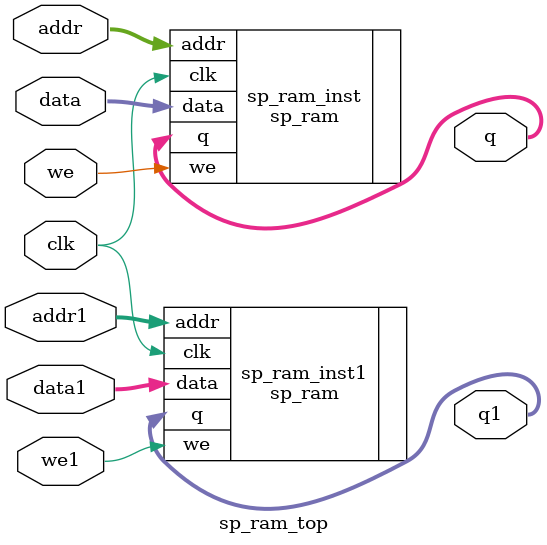
<source format=sv>
`include "sp_ram.sv"
module sp_ram_top  #(parameter DATA_WIDTH=32, parameter ADDR_WIDTH=10) (
	input [(DATA_WIDTH-1):0] data,data1,
	input [(ADDR_WIDTH-1):0] addr,addr1,
	input we, we1,clk,
	output [(DATA_WIDTH-1):0] q,q1
);

sp_ram # (
    .DATA_WIDTH(DATA_WIDTH),
    .ADDR_WIDTH(ADDR_WIDTH)
  )
  sp_ram_inst (
    .data(data),
    .addr(addr),
    .we(we),
    .clk(clk),
    .q(q)
  );

  sp_ram # (
    .DATA_WIDTH(DATA_WIDTH),
    .ADDR_WIDTH(ADDR_WIDTH)
  )
  sp_ram_inst1 (
    .data(data1),
    .addr(addr1),
    .we(we1),
    .clk(clk),
    .q(q1)
  );

endmodule 

</source>
